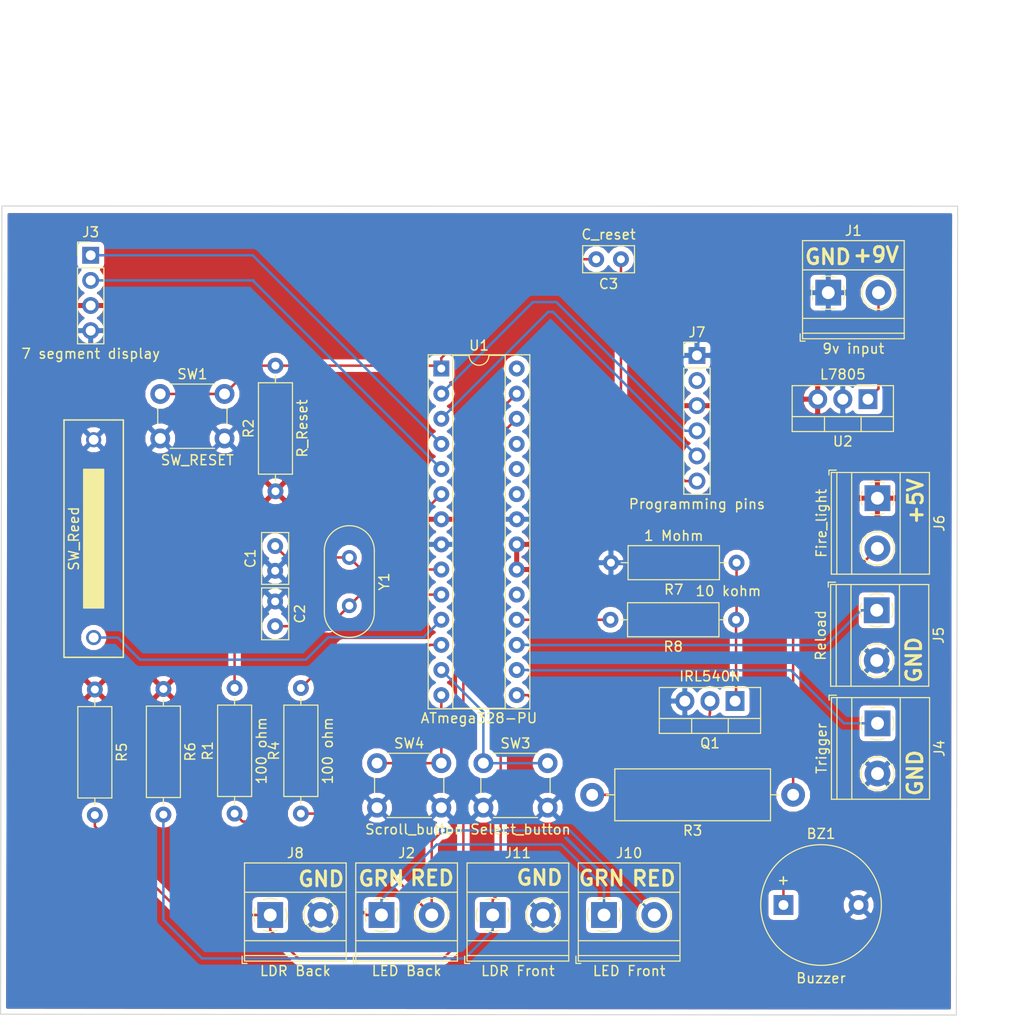
<source format=kicad_pcb>
(kicad_pcb (version 20171130) (host pcbnew "(5.0.2)-1")
  (layers (0 F.Cu signal) (31 B.Cu signal) (34 B.Paste user) (35 F.Paste user) (36 B.SilkS user) (37 F.SilkS user) (38 B.Mask user) (39 F.Mask user) (44 Edge.Cuts user))
  (net 0 "")
  (net 1 Buzzer)
  (net 2 GND)
  (net 3 "Net-(C1-Pad2)")
  (net 4 "Net-(C2-Pad2)")
  (net 5 resetpin)
  (net 6 DTR)
  (net 7 5V)
  (net 8 LED_GREEN)
  (net 9 LED_RED)
  (net 10 DIO)
  (net 11 Clock)
  (net 12 Trigger)
  (net 13 Reload)
  (net 14 "Net-(J6-Pad2)")
  (net 15 TX)
  (net 16 RX)
  (net 17 LDR_BACK)
  (net 18 LDR_FRONT)
  (net 19 Light)
  (net 20 ResetButton)
  (net 21 SelectButton)
  (net 22 Scroll)
  (net 23 "Net-(Q1-Pad2)")
  (net 24 +9V)
  (net 25 "Net-(R1-Pad2)")
  (net 26 "Net-(R4-Pad2)")
  (net 27 "Net-(R8-Pad2)")
  (module Buzzer_Beeper:Buzzer_12x9.5RM7.6 (layer F.Cu) (at 180.04 132.74)
    (fp_text reference BZ1 (at 3.8 -7.2) (layer F.SilkS))
    (fp_text value Buzzer (at 3.8 7.4) (layer F.SilkS))
    (fp_text user + (at -0.01 -2.54) (layer F.SilkS))
    (fp_circle (center 3.8 0) (end 9.9 0) (layer F.SilkS) (width 0.12))
    (pad 1 thru_hole rect (at 0 0) (size 2 2) (drill 1) (layers *.Cu *.Mask) (net 1 Buzzer))
    (pad 2 thru_hole circle (at 7.6 0) (size 2 2) (drill 1) (layers *.Cu *.Mask) (net 2 GND))
  )
  (module Capacitor_THT:C_Disc_D5.0mm_W2.5mm_P2.50mm (layer F.Cu) (at 128.65 98.95 90)
    (fp_text reference C1 (at 1.25 -2.5 90) (layer F.SilkS))
    (fp_text value C)
    (fp_line (start -1.37 -1.37) (end 3.87 -1.37) (layer F.SilkS) (width 0.12))
    (fp_line (start -1.37 1.37) (end 3.87 1.37) (layer F.SilkS) (width 0.12))
    (fp_line (start -1.37 -1.37) (end -1.37 1.37) (layer F.SilkS) (width 0.12))
    (fp_line (start 3.87 -1.37) (end 3.87 1.37) (layer F.SilkS) (width 0.12))
    (pad 1 thru_hole circle (at 0 0 90) (size 1.6 1.6) (drill 0.8) (layers *.Cu *.Mask) (net 2 GND))
    (pad 2 thru_hole circle (at 2.5 0 90) (size 1.6 1.6) (drill 0.8) (layers *.Cu *.Mask) (net 3 "Net-(C1-Pad2)"))
  )
  (module Capacitor_THT:C_Disc_D5.0mm_W2.5mm_P2.50mm (layer F.Cu) (at 128.65 102.05 270)
    (fp_text reference C2 (at 1.25 -2.5 270) (layer F.SilkS))
    (fp_text value C)
    (fp_line (start 3.87 -1.37) (end 3.87 1.37) (layer F.SilkS) (width 0.12))
    (fp_line (start -1.37 -1.37) (end -1.37 1.37) (layer F.SilkS) (width 0.12))
    (fp_line (start -1.37 1.37) (end 3.87 1.37) (layer F.SilkS) (width 0.12))
    (fp_line (start -1.37 -1.37) (end 3.87 -1.37) (layer F.SilkS) (width 0.12))
    (pad 2 thru_hole circle (at 2.5 0 270) (size 1.6 1.6) (drill 0.8) (layers *.Cu *.Mask) (net 4 "Net-(C2-Pad2)"))
    (pad 1 thru_hole circle (at 0 0 270) (size 1.6 1.6) (drill 0.8) (layers *.Cu *.Mask) (net 2 GND))
  )
  (module Capacitor_THT:C_Disc_D5.0mm_W2.5mm_P2.50mm (layer F.Cu) (at 163.61 67.45 180)
    (fp_text reference C3 (at 1.25 -2.5 180) (layer F.SilkS))
    (fp_text value C_reset (at 1.25 2.5 180) (layer F.SilkS))
    (fp_line (start -1.37 -1.37) (end 3.87 -1.37) (layer F.SilkS) (width 0.12))
    (fp_line (start -1.37 1.37) (end 3.87 1.37) (layer F.SilkS) (width 0.12))
    (fp_line (start -1.37 -1.37) (end -1.37 1.37) (layer F.SilkS) (width 0.12))
    (fp_line (start 3.87 -1.37) (end 3.87 1.37) (layer F.SilkS) (width 0.12))
    (pad 1 thru_hole circle (at 0 0 180) (size 1.6 1.6) (drill 0.8) (layers *.Cu *.Mask) (net 6 DTR))
    (pad 2 thru_hole circle (at 2.5 0 180) (size 1.6 1.6) (drill 0.8) (layers *.Cu *.Mask) (net 5 resetpin))
  )
  (module TerminalBlock_Phoenix:TerminalBlock_Phoenix_MKDS-1,5-2-5.08_1x02_P5.08mm_Horizontal (layer F.Cu) (at 184.57 70.83)
    (fp_text reference J1 (at 2.54 -6.26) (layer F.SilkS))
    (fp_text value "9v input" (at 2.54 5.66) (layer F.SilkS))
    (fp_line (start -2.84 4.9) (end -2.34 4.9) (layer F.SilkS) (width 0.12))
    (fp_line (start -2.84 4.16) (end -2.84 4.9) (layer F.SilkS) (width 0.12))
    (fp_line (start 3.853 1.023) (end 3.806 1.069) (layer F.SilkS) (width 0.12))
    (fp_line (start 6.15 -1.275) (end 6.115 -1.239) (layer F.SilkS) (width 0.12))
    (fp_line (start 4.046 1.239) (end 4.011 1.274) (layer F.SilkS) (width 0.12))
    (fp_line (start 6.355 -1.069) (end 6.308 -1.023) (layer F.SilkS) (width 0.12))
    (fp_line (start 7.68 -5.261) (end 7.68 4.66) (layer F.SilkS) (width 0.12))
    (fp_line (start -2.6 -5.261) (end -2.6 4.66) (layer F.SilkS) (width 0.12))
    (fp_line (start -2.6 4.66) (end 7.68 4.66) (layer F.SilkS) (width 0.12))
    (fp_line (start -2.6 -5.261) (end 7.68 -5.261) (layer F.SilkS) (width 0.12))
    (fp_line (start -2.6 -2.301) (end 7.68 -2.301) (layer F.SilkS) (width 0.12))
    (fp_line (start -2.6 2.6) (end 7.68 2.6) (layer F.SilkS) (width 0.12))
    (fp_line (start -2.6 4.1) (end 7.68 4.1) (layer F.SilkS) (width 0.12))
    (fp_circle (center 5.08 0) (end 6.76 0) (layer F.SilkS) (width 0.12))
    (fp_arc (start 0 0) (end -0.684 1.535) (angle -25) (layer F.SilkS) (width 0.12))
    (fp_arc (start 0 0) (end -1.535 -0.684) (angle -48) (layer F.SilkS) (width 0.12))
    (fp_arc (start 0 0) (end 0.684 -1.535) (angle -48) (layer F.SilkS) (width 0.12))
    (fp_arc (start 0 0) (end 1.535 0.684) (angle -48) (layer F.SilkS) (width 0.12))
    (fp_arc (start 0 0) (end 0 1.68) (angle -24) (layer F.SilkS) (width 0.12))
    (pad 2 thru_hole circle (at 5.08 0) (size 2.6 2.6) (drill 1.3) (layers *.Cu *.Mask) (net 24 +9V))
    (pad 1 thru_hole rect (at 0 0) (size 2.6 2.6) (drill 1.3) (layers *.Cu *.Mask) (net 2 GND))
  )
  (module TerminalBlock_Phoenix:TerminalBlock_Phoenix_MKDS-1,5-2-5.08_1x02_P5.08mm_Horizontal (layer F.Cu) (at 139.4 133.75)
    (fp_text reference J2 (at 2.54 -6.26) (layer F.SilkS))
    (fp_text value "LED Back" (at 2.54 5.66) (layer F.SilkS))
    (fp_arc (start 0 0) (end 0 1.68) (angle -24) (layer F.SilkS) (width 0.12))
    (fp_arc (start 0 0) (end 1.535 0.684) (angle -48) (layer F.SilkS) (width 0.12))
    (fp_arc (start 0 0) (end 0.684 -1.535) (angle -48) (layer F.SilkS) (width 0.12))
    (fp_arc (start 0 0) (end -1.535 -0.684) (angle -48) (layer F.SilkS) (width 0.12))
    (fp_arc (start 0 0) (end -0.684 1.535) (angle -25) (layer F.SilkS) (width 0.12))
    (fp_circle (center 5.08 0) (end 6.76 0) (layer F.SilkS) (width 0.12))
    (fp_line (start -2.6 4.1) (end 7.68 4.1) (layer F.SilkS) (width 0.12))
    (fp_line (start -2.6 2.6) (end 7.68 2.6) (layer F.SilkS) (width 0.12))
    (fp_line (start -2.6 -2.301) (end 7.68 -2.301) (layer F.SilkS) (width 0.12))
    (fp_line (start -2.6 -5.261) (end 7.68 -5.261) (layer F.SilkS) (width 0.12))
    (fp_line (start -2.6 4.66) (end 7.68 4.66) (layer F.SilkS) (width 0.12))
    (fp_line (start -2.6 -5.261) (end -2.6 4.66) (layer F.SilkS) (width 0.12))
    (fp_line (start 7.68 -5.261) (end 7.68 4.66) (layer F.SilkS) (width 0.12))
    (fp_line (start 6.355 -1.069) (end 6.308 -1.023) (layer F.SilkS) (width 0.12))
    (fp_line (start 4.046 1.239) (end 4.011 1.274) (layer F.SilkS) (width 0.12))
    (fp_line (start 6.15 -1.275) (end 6.115 -1.239) (layer F.SilkS) (width 0.12))
    (fp_line (start 3.853 1.023) (end 3.806 1.069) (layer F.SilkS) (width 0.12))
    (fp_line (start -2.84 4.16) (end -2.84 4.9) (layer F.SilkS) (width 0.12))
    (fp_line (start -2.84 4.9) (end -2.34 4.9) (layer F.SilkS) (width 0.12))
    (pad 1 thru_hole rect (at 0 0) (size 2.6 2.6) (drill 1.3) (layers *.Cu *.Mask) (net 8 LED_GREEN))
    (pad 2 thru_hole circle (at 5.08 0) (size 2.6 2.6) (drill 1.3) (layers *.Cu *.Mask) (net 9 LED_RED))
  )
  (module Connector_PinHeader_2.54mm:PinHeader_1x04_P2.54mm_Vertical (layer F.Cu) (at 110 67.05)
    (fp_text reference J3 (at 0 -2.33) (layer F.SilkS))
    (fp_text value "7 segment display" (at 0 9.95) (layer F.SilkS))
    (fp_line (start -1.33 8.95) (end 1.33 8.95) (layer F.SilkS) (width 0.12))
    (fp_line (start -1.33 1.27) (end -1.33 8.95) (layer F.SilkS) (width 0.12))
    (fp_line (start 1.33 1.27) (end 1.33 8.95) (layer F.SilkS) (width 0.12))
    (fp_line (start -1.33 1.27) (end 1.33 1.27) (layer F.SilkS) (width 0.12))
    (fp_line (start -1.33 0) (end -1.33 -1.33) (layer F.SilkS) (width 0.12))
    (fp_line (start -1.33 -1.33) (end 0 -1.33) (layer F.SilkS) (width 0.12))
    (pad 1 thru_hole rect (at 0 0) (size 1.7 1.7) (drill 1) (layers *.Cu *.Mask) (net 11 Clock))
    (pad 2 thru_hole oval (at 0 2.54) (size 1.7 1.7) (drill 1) (layers *.Cu *.Mask) (net 10 DIO))
    (pad 3 thru_hole oval (at 0 5.08) (size 1.7 1.7) (drill 1) (layers *.Cu *.Mask) (net 7 5V))
    (pad 4 thru_hole oval (at 0 7.62) (size 1.7 1.7) (drill 1) (layers *.Cu *.Mask) (net 2 GND))
  )
  (module TerminalBlock_Phoenix:TerminalBlock_Phoenix_MKDS-1,5-2-5.08_1x02_P5.08mm_Horizontal (layer F.Cu) (at 189.55 114.37 270)
    (fp_text reference J4 (at 2.54 -6.26 270) (layer F.SilkS))
    (fp_text value Trigger (at 2.54 5.66 270) (layer F.SilkS))
    (fp_line (start -2.84 4.9) (end -2.34 4.9) (layer F.SilkS) (width 0.12))
    (fp_line (start -2.84 4.16) (end -2.84 4.9) (layer F.SilkS) (width 0.12))
    (fp_line (start 3.853 1.023) (end 3.806 1.069) (layer F.SilkS) (width 0.12))
    (fp_line (start 6.15 -1.275) (end 6.115 -1.239) (layer F.SilkS) (width 0.12))
    (fp_line (start 4.046 1.239) (end 4.011 1.274) (layer F.SilkS) (width 0.12))
    (fp_line (start 6.355 -1.069) (end 6.308 -1.023) (layer F.SilkS) (width 0.12))
    (fp_line (start 7.68 -5.261) (end 7.68 4.66) (layer F.SilkS) (width 0.12))
    (fp_line (start -2.6 -5.261) (end -2.6 4.66) (layer F.SilkS) (width 0.12))
    (fp_line (start -2.6 4.66) (end 7.68 4.66) (layer F.SilkS) (width 0.12))
    (fp_line (start -2.6 -5.261) (end 7.68 -5.261) (layer F.SilkS) (width 0.12))
    (fp_line (start -2.6 -2.301) (end 7.68 -2.301) (layer F.SilkS) (width 0.12))
    (fp_line (start -2.6 2.6) (end 7.68 2.6) (layer F.SilkS) (width 0.12))
    (fp_line (start -2.6 4.1) (end 7.68 4.1) (layer F.SilkS) (width 0.12))
    (fp_circle (center 5.08 0) (end 6.76 0) (layer F.SilkS) (width 0.12))
    (fp_arc (start 0 0) (end -0.684 1.535) (angle -25) (layer F.SilkS) (width 0.12))
    (fp_arc (start 0 0) (end -1.535 -0.684) (angle -48) (layer F.SilkS) (width 0.12))
    (fp_arc (start 0 0) (end 0.684 -1.535) (angle -48) (layer F.SilkS) (width 0.12))
    (fp_arc (start 0 0) (end 1.535 0.684) (angle -48) (layer F.SilkS) (width 0.12))
    (fp_arc (start 0 0) (end 0 1.68) (angle -24) (layer F.SilkS) (width 0.12))
    (pad 2 thru_hole circle (at 5.08 0 270) (size 2.6 2.6) (drill 1.3) (layers *.Cu *.Mask) (net 2 GND))
    (pad 1 thru_hole rect (at 0 0 270) (size 2.6 2.6) (drill 1.3) (layers *.Cu *.Mask) (net 12 Trigger))
  )
  (module TerminalBlock_Phoenix:TerminalBlock_Phoenix_MKDS-1,5-2-5.08_1x02_P5.08mm_Horizontal (layer F.Cu) (at 189.47 102.94 270)
    (fp_text reference J5 (at 2.54 -6.26 270) (layer F.SilkS))
    (fp_text value Reload (at 2.54 5.66 270) (layer F.SilkS))
    (fp_arc (start 0 0) (end 0 1.68) (angle -24) (layer F.SilkS) (width 0.12))
    (fp_arc (start 0 0) (end 1.535 0.684) (angle -48) (layer F.SilkS) (width 0.12))
    (fp_arc (start 0 0) (end 0.684 -1.535) (angle -48) (layer F.SilkS) (width 0.12))
    (fp_arc (start 0 0) (end -1.535 -0.684) (angle -48) (layer F.SilkS) (width 0.12))
    (fp_arc (start 0 0) (end -0.684 1.535) (angle -25) (layer F.SilkS) (width 0.12))
    (fp_circle (center 5.08 0) (end 6.76 0) (layer F.SilkS) (width 0.12))
    (fp_line (start -2.6 4.1) (end 7.68 4.1) (layer F.SilkS) (width 0.12))
    (fp_line (start -2.6 2.6) (end 7.68 2.6) (layer F.SilkS) (width 0.12))
    (fp_line (start -2.6 -2.301) (end 7.68 -2.301) (layer F.SilkS) (width 0.12))
    (fp_line (start -2.6 -5.261) (end 7.68 -5.261) (layer F.SilkS) (width 0.12))
    (fp_line (start -2.6 4.66) (end 7.68 4.66) (layer F.SilkS) (width 0.12))
    (fp_line (start -2.6 -5.261) (end -2.6 4.66) (layer F.SilkS) (width 0.12))
    (fp_line (start 7.68 -5.261) (end 7.68 4.66) (layer F.SilkS) (width 0.12))
    (fp_line (start 6.355 -1.069) (end 6.308 -1.023) (layer F.SilkS) (width 0.12))
    (fp_line (start 4.046 1.239) (end 4.011 1.274) (layer F.SilkS) (width 0.12))
    (fp_line (start 6.15 -1.275) (end 6.115 -1.239) (layer F.SilkS) (width 0.12))
    (fp_line (start 3.853 1.023) (end 3.806 1.069) (layer F.SilkS) (width 0.12))
    (fp_line (start -2.84 4.16) (end -2.84 4.9) (layer F.SilkS) (width 0.12))
    (fp_line (start -2.84 4.9) (end -2.34 4.9) (layer F.SilkS) (width 0.12))
    (pad 1 thru_hole rect (at 0 0 270) (size 2.6 2.6) (drill 1.3) (layers *.Cu *.Mask) (net 13 Reload))
    (pad 2 thru_hole circle (at 5.08 0 270) (size 2.6 2.6) (drill 1.3) (layers *.Cu *.Mask) (net 2 GND))
  )
  (module TerminalBlock_Phoenix:TerminalBlock_Phoenix_MKDS-1,5-2-5.08_1x02_P5.08mm_Horizontal (layer F.Cu) (at 189.54 91.61 270)
    (fp_text reference J6 (at 2.54 -6.26 270) (layer F.SilkS))
    (fp_text value Fire_light (at 2.54 5.66 270) (layer F.SilkS))
    (fp_arc (start 0 0) (end 0 1.68) (angle -24) (layer F.SilkS) (width 0.12))
    (fp_arc (start 0 0) (end 1.535 0.684) (angle -48) (layer F.SilkS) (width 0.12))
    (fp_arc (start 0 0) (end 0.684 -1.535) (angle -48) (layer F.SilkS) (width 0.12))
    (fp_arc (start 0 0) (end -1.535 -0.684) (angle -48) (layer F.SilkS) (width 0.12))
    (fp_arc (start 0 0) (end -0.684 1.535) (angle -25) (layer F.SilkS) (width 0.12))
    (fp_circle (center 5.08 0) (end 6.76 0) (layer F.SilkS) (width 0.12))
    (fp_line (start -2.6 4.1) (end 7.68 4.1) (layer F.SilkS) (width 0.12))
    (fp_line (start -2.6 2.6) (end 7.68 2.6) (layer F.SilkS) (width 0.12))
    (fp_line (start -2.6 -2.301) (end 7.68 -2.301) (layer F.SilkS) (width 0.12))
    (fp_line (start -2.6 -5.261) (end 7.68 -5.261) (layer F.SilkS) (width 0.12))
    (fp_line (start -2.6 4.66) (end 7.68 4.66) (layer F.SilkS) (width 0.12))
    (fp_line (start -2.6 -5.261) (end -2.6 4.66) (layer F.SilkS) (width 0.12))
    (fp_line (start 7.68 -5.261) (end 7.68 4.66) (layer F.SilkS) (width 0.12))
    (fp_line (start 6.355 -1.069) (end 6.308 -1.023) (layer F.SilkS) (width 0.12))
    (fp_line (start 4.046 1.239) (end 4.011 1.274) (layer F.SilkS) (width 0.12))
    (fp_line (start 6.15 -1.275) (end 6.115 -1.239) (layer F.SilkS) (width 0.12))
    (fp_line (start 3.853 1.023) (end 3.806 1.069) (layer F.SilkS) (width 0.12))
    (fp_line (start -2.84 4.16) (end -2.84 4.9) (layer F.SilkS) (width 0.12))
    (fp_line (start -2.84 4.9) (end -2.34 4.9) (layer F.SilkS) (width 0.12))
    (pad 1 thru_hole rect (at 0 0 270) (size 2.6 2.6) (drill 1.3) (layers *.Cu *.Mask) (net 7 5V))
    (pad 2 thru_hole circle (at 5.08 0 270) (size 2.6 2.6) (drill 1.3) (layers *.Cu *.Mask) (net 14 "Net-(J6-Pad2)"))
  )
  (module Connector_PinHeader_2.54mm:PinHeader_1x06_P2.54mm_Vertical (layer F.Cu) (at 171.295001 77.175001)
    (fp_text reference J7 (at 0 -2.33) (layer F.SilkS))
    (fp_text value "Programming pins" (at 0 15.03) (layer F.SilkS))
    (fp_line (start -1.33 14.03) (end 1.33 14.03) (layer F.SilkS) (width 0.12))
    (fp_line (start -1.33 1.27) (end -1.33 14.03) (layer F.SilkS) (width 0.12))
    (fp_line (start 1.33 1.27) (end 1.33 14.03) (layer F.SilkS) (width 0.12))
    (fp_line (start -1.33 1.27) (end 1.33 1.27) (layer F.SilkS) (width 0.12))
    (fp_line (start -1.33 0) (end -1.33 -1.33) (layer F.SilkS) (width 0.12))
    (fp_line (start -1.33 -1.33) (end 0 -1.33) (layer F.SilkS) (width 0.12))
    (pad 1 thru_hole rect (at 0 0) (size 1.7 1.7) (drill 1) (layers *.Cu *.Mask) (net 2 GND))
    (pad 2 thru_hole oval (at 0 2.54) (size 1.7 1.7) (drill 1) (layers *.Cu *.Mask))
    (pad 3 thru_hole oval (at 0 5.08) (size 1.7 1.7) (drill 1) (layers *.Cu *.Mask) (net 7 5V))
    (pad 4 thru_hole oval (at 0 7.62) (size 1.7 1.7) (drill 1) (layers *.Cu *.Mask) (net 16 RX))
    (pad 5 thru_hole oval (at 0 10.16) (size 1.7 1.7) (drill 1) (layers *.Cu *.Mask) (net 15 TX))
    (pad 6 thru_hole oval (at 0 12.7) (size 1.7 1.7) (drill 1) (layers *.Cu *.Mask) (net 6 DTR))
  )
  (module TerminalBlock_Phoenix:TerminalBlock_Phoenix_MKDS-1,5-2-5.08_1x02_P5.08mm_Horizontal (layer F.Cu) (at 128.15 133.75)
    (fp_text reference J8 (at 2.54 -6.26) (layer F.SilkS))
    (fp_text value "LDR Back" (at 2.54 5.66) (layer F.SilkS))
    (fp_arc (start 0 0) (end 0 1.68) (angle -24) (layer F.SilkS) (width 0.12))
    (fp_arc (start 0 0) (end 1.535 0.684) (angle -48) (layer F.SilkS) (width 0.12))
    (fp_arc (start 0 0) (end 0.684 -1.535) (angle -48) (layer F.SilkS) (width 0.12))
    (fp_arc (start 0 0) (end -1.535 -0.684) (angle -48) (layer F.SilkS) (width 0.12))
    (fp_arc (start 0 0) (end -0.684 1.535) (angle -25) (layer F.SilkS) (width 0.12))
    (fp_circle (center 5.08 0) (end 6.76 0) (layer F.SilkS) (width 0.12))
    (fp_line (start -2.6 4.1) (end 7.68 4.1) (layer F.SilkS) (width 0.12))
    (fp_line (start -2.6 2.6) (end 7.68 2.6) (layer F.SilkS) (width 0.12))
    (fp_line (start -2.6 -2.301) (end 7.68 -2.301) (layer F.SilkS) (width 0.12))
    (fp_line (start -2.6 -5.261) (end 7.68 -5.261) (layer F.SilkS) (width 0.12))
    (fp_line (start -2.6 4.66) (end 7.68 4.66) (layer F.SilkS) (width 0.12))
    (fp_line (start -2.6 -5.261) (end -2.6 4.66) (layer F.SilkS) (width 0.12))
    (fp_line (start 7.68 -5.261) (end 7.68 4.66) (layer F.SilkS) (width 0.12))
    (fp_line (start 6.355 -1.069) (end 6.308 -1.023) (layer F.SilkS) (width 0.12))
    (fp_line (start 4.046 1.239) (end 4.011 1.274) (layer F.SilkS) (width 0.12))
    (fp_line (start 6.15 -1.275) (end 6.115 -1.239) (layer F.SilkS) (width 0.12))
    (fp_line (start 3.853 1.023) (end 3.806 1.069) (layer F.SilkS) (width 0.12))
    (fp_line (start -2.84 4.16) (end -2.84 4.9) (layer F.SilkS) (width 0.12))
    (fp_line (start -2.84 4.9) (end -2.34 4.9) (layer F.SilkS) (width 0.12))
    (pad 1 thru_hole rect (at 0 0) (size 2.6 2.6) (drill 1.3) (layers *.Cu *.Mask) (net 17 LDR_BACK))
    (pad 2 thru_hole circle (at 5.08 0) (size 2.6 2.6) (drill 1.3) (layers *.Cu *.Mask) (net 2 GND))
  )
  (module TerminalBlock_Phoenix:TerminalBlock_Phoenix_MKDS-1,5-2-5.08_1x02_P5.08mm_Horizontal (layer F.Cu) (at 161.9 133.75)
    (fp_text reference J10 (at 2.54 -6.26) (layer F.SilkS))
    (fp_text value "LED Front" (at 2.54 5.66) (layer F.SilkS))
    (fp_line (start -2.84 4.9) (end -2.34 4.9) (layer F.SilkS) (width 0.12))
    (fp_line (start -2.84 4.16) (end -2.84 4.9) (layer F.SilkS) (width 0.12))
    (fp_line (start 3.853 1.023) (end 3.806 1.069) (layer F.SilkS) (width 0.12))
    (fp_line (start 6.15 -1.275) (end 6.115 -1.239) (layer F.SilkS) (width 0.12))
    (fp_line (start 4.046 1.239) (end 4.011 1.274) (layer F.SilkS) (width 0.12))
    (fp_line (start 6.355 -1.069) (end 6.308 -1.023) (layer F.SilkS) (width 0.12))
    (fp_line (start 7.68 -5.261) (end 7.68 4.66) (layer F.SilkS) (width 0.12))
    (fp_line (start -2.6 -5.261) (end -2.6 4.66) (layer F.SilkS) (width 0.12))
    (fp_line (start -2.6 4.66) (end 7.68 4.66) (layer F.SilkS) (width 0.12))
    (fp_line (start -2.6 -5.261) (end 7.68 -5.261) (layer F.SilkS) (width 0.12))
    (fp_line (start -2.6 -2.301) (end 7.68 -2.301) (layer F.SilkS) (width 0.12))
    (fp_line (start -2.6 2.6) (end 7.68 2.6) (layer F.SilkS) (width 0.12))
    (fp_line (start -2.6 4.1) (end 7.68 4.1) (layer F.SilkS) (width 0.12))
    (fp_circle (center 5.08 0) (end 6.76 0) (layer F.SilkS) (width 0.12))
    (fp_arc (start 0 0) (end -0.684 1.535) (angle -25) (layer F.SilkS) (width 0.12))
    (fp_arc (start 0 0) (end -1.535 -0.684) (angle -48) (layer F.SilkS) (width 0.12))
    (fp_arc (start 0 0) (end 0.684 -1.535) (angle -48) (layer F.SilkS) (width 0.12))
    (fp_arc (start 0 0) (end 1.535 0.684) (angle -48) (layer F.SilkS) (width 0.12))
    (fp_arc (start 0 0) (end 0 1.68) (angle -24) (layer F.SilkS) (width 0.12))
    (pad 2 thru_hole circle (at 5.08 0) (size 2.6 2.6) (drill 1.3) (layers *.Cu *.Mask) (net 9 LED_RED))
    (pad 1 thru_hole rect (at 0 0) (size 2.6 2.6) (drill 1.3) (layers *.Cu *.Mask) (net 8 LED_GREEN))
  )
  (module TerminalBlock_Phoenix:TerminalBlock_Phoenix_MKDS-1,5-2-5.08_1x02_P5.08mm_Horizontal (layer F.Cu) (at 150.65 133.75)
    (fp_text reference J11 (at 2.54 -6.26) (layer F.SilkS))
    (fp_text value "LDR Front" (at 2.54 5.66) (layer F.SilkS))
    (fp_line (start -2.84 4.9) (end -2.34 4.9) (layer F.SilkS) (width 0.12))
    (fp_line (start -2.84 4.16) (end -2.84 4.9) (layer F.SilkS) (width 0.12))
    (fp_line (start 3.853 1.023) (end 3.806 1.069) (layer F.SilkS) (width 0.12))
    (fp_line (start 6.15 -1.275) (end 6.115 -1.239) (layer F.SilkS) (width 0.12))
    (fp_line (start 4.046 1.239) (end 4.011 1.274) (layer F.SilkS) (width 0.12))
    (fp_line (start 6.355 -1.069) (end 6.308 -1.023) (layer F.SilkS) (width 0.12))
    (fp_line (start 7.68 -5.261) (end 7.68 4.66) (layer F.SilkS) (width 0.12))
    (fp_line (start -2.6 -5.261) (end -2.6 4.66) (layer F.SilkS) (width 0.12))
    (fp_line (start -2.6 4.66) (end 7.68 4.66) (layer F.SilkS) (width 0.12))
    (fp_line (start -2.6 -5.261) (end 7.68 -5.261) (layer F.SilkS) (width 0.12))
    (fp_line (start -2.6 -2.301) (end 7.68 -2.301) (layer F.SilkS) (width 0.12))
    (fp_line (start -2.6 2.6) (end 7.68 2.6) (layer F.SilkS) (width 0.12))
    (fp_line (start -2.6 4.1) (end 7.68 4.1) (layer F.SilkS) (width 0.12))
    (fp_circle (center 5.08 0) (end 6.76 0) (layer F.SilkS) (width 0.12))
    (fp_arc (start 0 0) (end -0.684 1.535) (angle -25) (layer F.SilkS) (width 0.12))
    (fp_arc (start 0 0) (end -1.535 -0.684) (angle -48) (layer F.SilkS) (width 0.12))
    (fp_arc (start 0 0) (end 0.684 -1.535) (angle -48) (layer F.SilkS) (width 0.12))
    (fp_arc (start 0 0) (end 1.535 0.684) (angle -48) (layer F.SilkS) (width 0.12))
    (fp_arc (start 0 0) (end 0 1.68) (angle -24) (layer F.SilkS) (width 0.12))
    (pad 2 thru_hole circle (at 5.08 0) (size 2.6 2.6) (drill 1.3) (layers *.Cu *.Mask) (net 2 GND))
    (pad 1 thru_hole rect (at 0 0) (size 2.6 2.6) (drill 1.3) (layers *.Cu *.Mask) (net 18 LDR_FRONT))
  )
  (module Package_TO_SOT_THT:TO-220-3_Vertical (layer F.Cu) (at 175.15 112.12 180)
    (fp_text reference Q1 (at 2.54 -4.27 180) (layer F.SilkS))
    (fp_text value IRL540N (at 2.54 2.5 180) (layer F.SilkS))
    (fp_line (start -2.58 -3.27) (end 7.66 -3.27) (layer F.SilkS) (width 0.12))
    (fp_line (start -2.58 1.371) (end 7.66 1.371) (layer F.SilkS) (width 0.12))
    (fp_line (start -2.58 -3.27) (end -2.58 1.371) (layer F.SilkS) (width 0.12))
    (fp_line (start 7.66 -3.27) (end 7.66 1.371) (layer F.SilkS) (width 0.12))
    (fp_line (start -2.58 -1.76) (end 7.66 -1.76) (layer F.SilkS) (width 0.12))
    (fp_line (start 0.69 -3.27) (end 0.69 -1.76) (layer F.SilkS) (width 0.12))
    (fp_line (start 4.391 -3.27) (end 4.391 -1.76) (layer F.SilkS) (width 0.12))
    (pad 1 thru_hole rect (at 0 0 180) (size 1.905 2) (drill 1.1) (layers *.Cu *.Mask) (net 19 Light))
    (pad 2 thru_hole oval (at 2.54 0 180) (size 1.905 2) (drill 1.1) (layers *.Cu *.Mask) (net 23 "Net-(Q1-Pad2)"))
    (pad 3 thru_hole oval (at 5.08 0 180) (size 1.905 2) (drill 1.1) (layers *.Cu *.Mask) (net 2 GND))
  )
  (module Resistor_THT:R_Axial_DIN0309_L9.0mm_D3.2mm_P12.70mm_Horizontal (layer F.Cu) (at 124.55 123.5 90)
    (fp_text reference R1 (at 6.35 -2.72 90) (layer F.SilkS))
    (fp_text value "100 ohm" (at 6.35 2.72 90) (layer F.SilkS))
    (fp_line (start 1.73 -1.72) (end 1.73 1.72) (layer F.SilkS) (width 0.12))
    (fp_line (start 1.73 1.72) (end 10.97 1.72) (layer F.SilkS) (width 0.12))
    (fp_line (start 10.97 1.72) (end 10.97 -1.72) (layer F.SilkS) (width 0.12))
    (fp_line (start 10.97 -1.72) (end 1.73 -1.72) (layer F.SilkS) (width 0.12))
    (fp_line (start 1.04 0) (end 1.73 0) (layer F.SilkS) (width 0.12))
    (fp_line (start 11.66 0) (end 10.97 0) (layer F.SilkS) (width 0.12))
    (pad 1 thru_hole circle (at 0 0 90) (size 1.6 1.6) (drill 0.8) (layers *.Cu *.Mask) (net 8 LED_GREEN))
    (pad 2 thru_hole oval (at 12.7 0 90) (size 1.6 1.6) (drill 0.8) (layers *.Cu *.Mask) (net 25 "Net-(R1-Pad2)"))
  )
  (module Resistor_THT:R_Axial_DIN0309_L9.0mm_D3.2mm_P12.70mm_Horizontal (layer F.Cu) (at 128.68 90.91 90)
    (fp_text reference R2 (at 6.35 -2.72 90) (layer F.SilkS))
    (fp_text value R_Reset (at 6.35 2.72 90) (layer F.SilkS))
    (fp_line (start 1.73 -1.72) (end 1.73 1.72) (layer F.SilkS) (width 0.12))
    (fp_line (start 1.73 1.72) (end 10.97 1.72) (layer F.SilkS) (width 0.12))
    (fp_line (start 10.97 1.72) (end 10.97 -1.72) (layer F.SilkS) (width 0.12))
    (fp_line (start 10.97 -1.72) (end 1.73 -1.72) (layer F.SilkS) (width 0.12))
    (fp_line (start 1.04 0) (end 1.73 0) (layer F.SilkS) (width 0.12))
    (fp_line (start 11.66 0) (end 10.97 0) (layer F.SilkS) (width 0.12))
    (pad 1 thru_hole circle (at 0 0 90) (size 1.6 1.6) (drill 0.8) (layers *.Cu *.Mask) (net 7 5V))
    (pad 2 thru_hole oval (at 12.7 0 90) (size 1.6 1.6) (drill 0.8) (layers *.Cu *.Mask) (net 5 resetpin))
  )
  (module Resistor_THT:R_Axial_DIN0516_L15.5mm_D5.0mm_P20.32mm_Horizontal (layer F.Cu) (at 181.02 121.6 180)
    (fp_text reference R3 (at 10.16 -3.62 180) (layer F.SilkS))
    (fp_text value R)
    (fp_line (start 2.29 -2.62) (end 2.29 2.62) (layer F.SilkS) (width 0.12))
    (fp_line (start 2.29 2.62) (end 18.03 2.62) (layer F.SilkS) (width 0.12))
    (fp_line (start 18.03 2.62) (end 18.03 -2.62) (layer F.SilkS) (width 0.12))
    (fp_line (start 18.03 -2.62) (end 2.29 -2.62) (layer F.SilkS) (width 0.12))
    (fp_line (start 1.44 0) (end 2.29 0) (layer F.SilkS) (width 0.12))
    (fp_line (start 18.88 0) (end 18.03 0) (layer F.SilkS) (width 0.12))
    (pad 1 thru_hole circle (at 0 0 180) (size 2.4 2.4) (drill 1.2) (layers *.Cu *.Mask) (net 14 "Net-(J6-Pad2)"))
    (pad 2 thru_hole oval (at 20.32 0 180) (size 2.4 2.4) (drill 1.2) (layers *.Cu *.Mask) (net 23 "Net-(Q1-Pad2)"))
  )
  (module Resistor_THT:R_Axial_DIN0309_L9.0mm_D3.2mm_P12.70mm_Horizontal (layer F.Cu) (at 131.25 123.5 90)
    (fp_text reference R4 (at 6.35 -2.72 90) (layer F.SilkS))
    (fp_text value "100 ohm" (at 6.35 2.72 90) (layer F.SilkS))
    (fp_line (start 11.66 0) (end 10.97 0) (layer F.SilkS) (width 0.12))
    (fp_line (start 1.04 0) (end 1.73 0) (layer F.SilkS) (width 0.12))
    (fp_line (start 10.97 -1.72) (end 1.73 -1.72) (layer F.SilkS) (width 0.12))
    (fp_line (start 10.97 1.72) (end 10.97 -1.72) (layer F.SilkS) (width 0.12))
    (fp_line (start 1.73 1.72) (end 10.97 1.72) (layer F.SilkS) (width 0.12))
    (fp_line (start 1.73 -1.72) (end 1.73 1.72) (layer F.SilkS) (width 0.12))
    (pad 2 thru_hole oval (at 12.7 0 90) (size 1.6 1.6) (drill 0.8) (layers *.Cu *.Mask) (net 26 "Net-(R4-Pad2)"))
    (pad 1 thru_hole circle (at 0 0 90) (size 1.6 1.6) (drill 0.8) (layers *.Cu *.Mask) (net 9 LED_RED))
  )
  (module Resistor_THT:R_Axial_DIN0309_L9.0mm_D3.2mm_P12.70mm_Horizontal (layer F.Cu) (at 110.42 110.95 270)
    (fp_text reference R5 (at 6.35 -2.72 270) (layer F.SilkS))
    (fp_text value R)
    (fp_line (start 1.73 -1.72) (end 1.73 1.72) (layer F.SilkS) (width 0.12))
    (fp_line (start 1.73 1.72) (end 10.97 1.72) (layer F.SilkS) (width 0.12))
    (fp_line (start 10.97 1.72) (end 10.97 -1.72) (layer F.SilkS) (width 0.12))
    (fp_line (start 10.97 -1.72) (end 1.73 -1.72) (layer F.SilkS) (width 0.12))
    (fp_line (start 1.04 0) (end 1.73 0) (layer F.SilkS) (width 0.12))
    (fp_line (start 11.66 0) (end 10.97 0) (layer F.SilkS) (width 0.12))
    (pad 1 thru_hole circle (at 0 0 270) (size 1.6 1.6) (drill 0.8) (layers *.Cu *.Mask) (net 7 5V))
    (pad 2 thru_hole oval (at 12.7 0 270) (size 1.6 1.6) (drill 0.8) (layers *.Cu *.Mask) (net 17 LDR_BACK))
  )
  (module Resistor_THT:R_Axial_DIN0309_L9.0mm_D3.2mm_P12.70mm_Horizontal (layer F.Cu) (at 117.35 110.9 270)
    (fp_text reference R6 (at 6.35 -2.72 270) (layer F.SilkS))
    (fp_text value R)
    (fp_line (start 11.66 0) (end 10.97 0) (layer F.SilkS) (width 0.12))
    (fp_line (start 1.04 0) (end 1.73 0) (layer F.SilkS) (width 0.12))
    (fp_line (start 10.97 -1.72) (end 1.73 -1.72) (layer F.SilkS) (width 0.12))
    (fp_line (start 10.97 1.72) (end 10.97 -1.72) (layer F.SilkS) (width 0.12))
    (fp_line (start 1.73 1.72) (end 10.97 1.72) (layer F.SilkS) (width 0.12))
    (fp_line (start 1.73 -1.72) (end 1.73 1.72) (layer F.SilkS) (width 0.12))
    (pad 2 thru_hole oval (at 12.7 0 270) (size 1.6 1.6) (drill 0.8) (layers *.Cu *.Mask) (net 18 LDR_FRONT))
    (pad 1 thru_hole circle (at 0 0 270) (size 1.6 1.6) (drill 0.8) (layers *.Cu *.Mask) (net 7 5V))
  )
  (module Resistor_THT:R_Axial_DIN0309_L9.0mm_D3.2mm_P12.70mm_Horizontal (layer F.Cu) (at 175.3 98.13 180)
    (fp_text reference R7 (at 6.35 -2.72 180) (layer F.SilkS))
    (fp_text value "1 Mohm" (at 6.35 2.72 180) (layer F.SilkS))
    (fp_line (start 1.73 -1.72) (end 1.73 1.72) (layer F.SilkS) (width 0.12))
    (fp_line (start 1.73 1.72) (end 10.97 1.72) (layer F.SilkS) (width 0.12))
    (fp_line (start 10.97 1.72) (end 10.97 -1.72) (layer F.SilkS) (width 0.12))
    (fp_line (start 10.97 -1.72) (end 1.73 -1.72) (layer F.SilkS) (width 0.12))
    (fp_line (start 1.04 0) (end 1.73 0) (layer F.SilkS) (width 0.12))
    (fp_line (start 11.66 0) (end 10.97 0) (layer F.SilkS) (width 0.12))
    (pad 1 thru_hole circle (at 0 0 180) (size 1.6 1.6) (drill 0.8) (layers *.Cu *.Mask) (net 19 Light))
    (pad 2 thru_hole oval (at 12.7 0 180) (size 1.6 1.6) (drill 0.8) (layers *.Cu *.Mask) (net 2 GND))
  )
  (module Resistor_THT:R_Axial_DIN0309_L9.0mm_D3.2mm_P12.70mm_Horizontal (layer F.Cu) (at 175.25 103.9 180)
    (fp_text reference R8 (at 6.35 -2.72 180) (layer F.SilkS))
    (fp_text value "10 kohm" (at 0.78 2.9 180) (layer F.SilkS))
    (fp_line (start 11.66 0) (end 10.97 0) (layer F.SilkS) (width 0.12))
    (fp_line (start 1.04 0) (end 1.73 0) (layer F.SilkS) (width 0.12))
    (fp_line (start 10.97 -1.72) (end 1.73 -1.72) (layer F.SilkS) (width 0.12))
    (fp_line (start 10.97 1.72) (end 10.97 -1.72) (layer F.SilkS) (width 0.12))
    (fp_line (start 1.73 1.72) (end 10.97 1.72) (layer F.SilkS) (width 0.12))
    (fp_line (start 1.73 -1.72) (end 1.73 1.72) (layer F.SilkS) (width 0.12))
    (pad 2 thru_hole oval (at 12.7 0 180) (size 1.6 1.6) (drill 0.8) (layers *.Cu *.Mask) (net 27 "Net-(R8-Pad2)"))
    (pad 1 thru_hole circle (at 0 0 180) (size 1.6 1.6) (drill 0.8) (layers *.Cu *.Mask) (net 19 Light))
  )
  (module Button_Switch_THT:SW_PUSH_6mm_H9.5mm (layer F.Cu) (at 117.03 81.07)
    (fp_text reference SW1 (at 3.25 -2) (layer F.SilkS))
    (fp_text value SW_RESET (at 3.75 6.7) (layer F.SilkS))
    (fp_line (start 1 5.5) (end 5.5 5.5) (layer F.SilkS) (width 0.12))
    (fp_line (start -0.25 1.5) (end -0.25 3) (layer F.SilkS) (width 0.12))
    (fp_line (start 5.5 -1) (end 1 -1) (layer F.SilkS) (width 0.12))
    (fp_line (start 6.75 3) (end 6.75 1.5) (layer F.SilkS) (width 0.12))
    (pad 2 thru_hole circle (at 0 4.5 90) (size 2 2) (drill 1.1) (layers *.Cu *.Mask) (net 2 GND))
    (pad 1 thru_hole circle (at 0 0 90) (size 2 2) (drill 1.1) (layers *.Cu *.Mask) (net 5 resetpin))
    (pad 2 thru_hole circle (at 6.5 4.5 90) (size 2 2) (drill 1.1) (layers *.Cu *.Mask) (net 2 GND))
    (pad 1 thru_hole circle (at 6.5 0 90) (size 2 2) (drill 1.1) (layers *.Cu *.Mask) (net 5 resetpin))
  )
  (module "reed switch:Reed Switch THT" (layer F.Cu) (at 110.3 95.7 90)
    (fp_text reference SW2 (at 0 0.5 90) (layer F.SilkS))
    (fp_text value SW_Reed (at 0 -2 90) (layer F.SilkS))
    (fp_poly (pts (xy -7 -1) (xy 7 -1) (xy 7 1) (xy -7 1)) (layer F.SilkS) (width 0.15))
    (fp_line (start -12 -3) (end -12 2) (layer F.SilkS) (width 0.15))
    (fp_line (start 12 2) (end 12 -3) (layer F.SilkS) (width 0.15))
    (fp_line (start 12 -3) (end -12 -3) (layer F.SilkS) (width 0.15))
    (fp_line (start -12 2) (end -12 3) (layer F.SilkS) (width 0.15))
    (fp_line (start -12 3) (end 12 3) (layer F.SilkS) (width 0.15))
    (fp_line (start 12 3) (end 12 2) (layer F.SilkS) (width 0.15))
    (pad 1 thru_hole circle (at -10 0 90) (size 1.524 1.524) (drill 1) (layers *.Cu *.Mask) (net 20 ResetButton))
    (pad 2 thru_hole circle (at 10 0 90) (size 1.524 1.524) (drill 1) (layers *.Cu *.Mask) (net 2 GND))
  )
  (module Button_Switch_THT:SW_PUSH_6mm_H9.5mm (layer F.Cu) (at 149.7 118.4)
    (fp_text reference SW3 (at 3.25 -2) (layer F.SilkS))
    (fp_text value Select_button (at 3.75 6.7) (layer F.SilkS))
    (fp_line (start 6.75 3) (end 6.75 1.5) (layer F.SilkS) (width 0.12))
    (fp_line (start 5.5 -1) (end 1 -1) (layer F.SilkS) (width 0.12))
    (fp_line (start -0.25 1.5) (end -0.25 3) (layer F.SilkS) (width 0.12))
    (fp_line (start 1 5.5) (end 5.5 5.5) (layer F.SilkS) (width 0.12))
    (pad 1 thru_hole circle (at 6.5 0 90) (size 2 2) (drill 1.1) (layers *.Cu *.Mask) (net 21 SelectButton))
    (pad 2 thru_hole circle (at 6.5 4.5 90) (size 2 2) (drill 1.1) (layers *.Cu *.Mask) (net 2 GND))
    (pad 1 thru_hole circle (at 0 0 90) (size 2 2) (drill 1.1) (layers *.Cu *.Mask) (net 21 SelectButton))
    (pad 2 thru_hole circle (at 0 4.5 90) (size 2 2) (drill 1.1) (layers *.Cu *.Mask) (net 2 GND))
  )
  (module Button_Switch_THT:SW_PUSH_6mm_H9.5mm (layer F.Cu) (at 138.95 118.4)
    (fp_text reference SW4 (at 3.25 -2) (layer F.SilkS))
    (fp_text value Scroll_button (at 3.75 6.7) (layer F.SilkS))
    (fp_line (start 1 5.5) (end 5.5 5.5) (layer F.SilkS) (width 0.12))
    (fp_line (start -0.25 1.5) (end -0.25 3) (layer F.SilkS) (width 0.12))
    (fp_line (start 5.5 -1) (end 1 -1) (layer F.SilkS) (width 0.12))
    (fp_line (start 6.75 3) (end 6.75 1.5) (layer F.SilkS) (width 0.12))
    (pad 2 thru_hole circle (at 0 4.5 90) (size 2 2) (drill 1.1) (layers *.Cu *.Mask) (net 2 GND))
    (pad 1 thru_hole circle (at 0 0 90) (size 2 2) (drill 1.1) (layers *.Cu *.Mask) (net 22 Scroll))
    (pad 2 thru_hole circle (at 6.5 4.5 90) (size 2 2) (drill 1.1) (layers *.Cu *.Mask) (net 2 GND))
    (pad 1 thru_hole circle (at 6.5 0 90) (size 2 2) (drill 1.1) (layers *.Cu *.Mask) (net 22 Scroll))
  )
  (module Package_DIP:DIP-28_W7.62mm_Socket (layer F.Cu) (at 145.45 78.5)
    (fp_text reference U1 (at 3.81 -2.33) (layer F.SilkS))
    (fp_text value ATmega328-PU (at 3.81 35.35) (layer F.SilkS))
    (fp_arc (start 3.81 -1.33) (end 2.81 -1.33) (angle -180) (layer F.SilkS) (width 0.12))
    (fp_line (start 2.81 -1.33) (end 1.16 -1.33) (layer F.SilkS) (width 0.12))
    (fp_line (start 1.16 -1.33) (end 1.16 34.35) (layer F.SilkS) (width 0.12))
    (fp_line (start 1.16 34.35) (end 6.46 34.35) (layer F.SilkS) (width 0.12))
    (fp_line (start 6.46 34.35) (end 6.46 -1.33) (layer F.SilkS) (width 0.12))
    (fp_line (start 6.46 -1.33) (end 4.81 -1.33) (layer F.SilkS) (width 0.12))
    (fp_line (start -1.33 -1.39) (end -1.33 34.41) (layer F.SilkS) (width 0.12))
    (fp_line (start -1.33 34.41) (end 8.95 34.41) (layer F.SilkS) (width 0.12))
    (fp_line (start 8.95 34.41) (end 8.95 -1.39) (layer F.SilkS) (width 0.12))
    (fp_line (start 8.95 -1.39) (end -1.33 -1.39) (layer F.SilkS) (width 0.12))
    (pad 1 thru_hole rect (at 0 0) (size 1.6 1.6) (drill 0.8) (layers *.Cu *.Mask) (net 5 resetpin))
    (pad 15 thru_hole oval (at 7.62 33.02) (size 1.6 1.6) (drill 0.8) (layers *.Cu *.Mask) (net 1 Buzzer))
    (pad 2 thru_hole oval (at 0 2.54) (size 1.6 1.6) (drill 0.8) (layers *.Cu *.Mask) (net 16 RX))
    (pad 16 thru_hole oval (at 7.62 30.48) (size 1.6 1.6) (drill 0.8) (layers *.Cu *.Mask) (net 12 Trigger))
    (pad 3 thru_hole oval (at 0 5.08) (size 1.6 1.6) (drill 0.8) (layers *.Cu *.Mask) (net 15 TX))
    (pad 17 thru_hole oval (at 7.62 27.94) (size 1.6 1.6) (drill 0.8) (layers *.Cu *.Mask) (net 13 Reload))
    (pad 4 thru_hole oval (at 0 7.62) (size 1.6 1.6) (drill 0.8) (layers *.Cu *.Mask) (net 11 Clock))
    (pad 18 thru_hole oval (at 7.62 25.4) (size 1.6 1.6) (drill 0.8) (layers *.Cu *.Mask) (net 27 "Net-(R8-Pad2)"))
    (pad 5 thru_hole oval (at 0 10.16) (size 1.6 1.6) (drill 0.8) (layers *.Cu *.Mask) (net 10 DIO))
    (pad 19 thru_hole oval (at 7.62 22.86) (size 1.6 1.6) (drill 0.8) (layers *.Cu *.Mask))
    (pad 6 thru_hole oval (at 0 12.7) (size 1.6 1.6) (drill 0.8) (layers *.Cu *.Mask) (net 25 "Net-(R1-Pad2)"))
    (pad 20 thru_hole oval (at 7.62 20.32) (size 1.6 1.6) (drill 0.8) (layers *.Cu *.Mask) (net 7 5V))
    (pad 7 thru_hole oval (at 0 15.24) (size 1.6 1.6) (drill 0.8) (layers *.Cu *.Mask) (net 7 5V))
    (pad 21 thru_hole oval (at 7.62 17.78) (size 1.6 1.6) (drill 0.8) (layers *.Cu *.Mask) (net 7 5V))
    (pad 8 thru_hole oval (at 0 17.78) (size 1.6 1.6) (drill 0.8) (layers *.Cu *.Mask) (net 2 GND))
    (pad 22 thru_hole oval (at 7.62 15.24) (size 1.6 1.6) (drill 0.8) (layers *.Cu *.Mask) (net 2 GND))
    (pad 9 thru_hole oval (at 0 20.32) (size 1.6 1.6) (drill 0.8) (layers *.Cu *.Mask) (net 3 "Net-(C1-Pad2)"))
    (pad 23 thru_hole oval (at 7.62 12.7) (size 1.6 1.6) (drill 0.8) (layers *.Cu *.Mask))
    (pad 10 thru_hole oval (at 0 22.86) (size 1.6 1.6) (drill 0.8) (layers *.Cu *.Mask) (net 4 "Net-(C2-Pad2)"))
    (pad 24 thru_hole oval (at 7.62 10.16) (size 1.6 1.6) (drill 0.8) (layers *.Cu *.Mask))
    (pad 11 thru_hole oval (at 0 25.4) (size 1.6 1.6) (drill 0.8) (layers *.Cu *.Mask) (net 20 ResetButton))
    (pad 25 thru_hole oval (at 7.62 7.62) (size 1.6 1.6) (drill 0.8) (layers *.Cu *.Mask))
    (pad 12 thru_hole oval (at 0 27.94) (size 1.6 1.6) (drill 0.8) (layers *.Cu *.Mask) (net 26 "Net-(R4-Pad2)"))
    (pad 26 thru_hole oval (at 7.62 5.08) (size 1.6 1.6) (drill 0.8) (layers *.Cu *.Mask) (net 18 LDR_FRONT))
    (pad 13 thru_hole oval (at 0 30.48) (size 1.6 1.6) (drill 0.8) (layers *.Cu *.Mask) (net 21 SelectButton))
    (pad 27 thru_hole oval (at 7.62 2.54) (size 1.6 1.6) (drill 0.8) (layers *.Cu *.Mask) (net 17 LDR_BACK))
    (pad 14 thru_hole oval (at 0 33.02) (size 1.6 1.6) (drill 0.8) (layers *.Cu *.Mask) (net 22 Scroll))
    (pad 28 thru_hole oval (at 7.62 0) (size 1.6 1.6) (drill 0.8) (layers *.Cu *.Mask))
  )
  (module Package_TO_SOT_THT:TO-220-3_Vertical (layer F.Cu) (at 188.58 81.6 180)
    (fp_text reference U2 (at 2.54 -4.27 180) (layer F.SilkS))
    (fp_text value L7805 (at 2.54 2.5 180) (layer F.SilkS))
    (fp_line (start 4.391 -3.27) (end 4.391 -1.76) (layer F.SilkS) (width 0.12))
    (fp_line (start 0.69 -3.27) (end 0.69 -1.76) (layer F.SilkS) (width 0.12))
    (fp_line (start -2.58 -1.76) (end 7.66 -1.76) (layer F.SilkS) (width 0.12))
    (fp_line (start 7.66 -3.27) (end 7.66 1.371) (layer F.SilkS) (width 0.12))
    (fp_line (start -2.58 -3.27) (end -2.58 1.371) (layer F.SilkS) (width 0.12))
    (fp_line (start -2.58 1.371) (end 7.66 1.371) (layer F.SilkS) (width 0.12))
    (fp_line (start -2.58 -3.27) (end 7.66 -3.27) (layer F.SilkS) (width 0.12))
    (pad 3 thru_hole oval (at 5.08 0 180) (size 1.905 2) (drill 1.1) (layers *.Cu *.Mask) (net 7 5V))
    (pad 2 thru_hole oval (at 2.54 0 180) (size 1.905 2) (drill 1.1) (layers *.Cu *.Mask) (net 2 GND))
    (pad 1 thru_hole rect (at 0 0 180) (size 1.905 2) (drill 1.1) (layers *.Cu *.Mask) (net 24 +9V))
  )
  (module Crystal:Crystal_HC49-U_Vertical (layer F.Cu) (at 136.15 97.6 270)
    (fp_text reference Y1 (at 2.44 -3.525 270) (layer F.SilkS))
    (fp_text value Crystal)
    (fp_line (start -0.685 -2.525) (end 5.565 -2.525) (layer F.SilkS) (width 0.12))
    (fp_line (start -0.685 2.525) (end 5.565 2.525) (layer F.SilkS) (width 0.12))
    (fp_arc (start -0.685 0) (end -0.685 -2.525) (angle -180) (layer F.SilkS) (width 0.12))
    (fp_arc (start 5.565 0) (end 5.565 -2.525) (angle 180) (layer F.SilkS) (width 0.12))
    (pad 1 thru_hole circle (at 0 0 270) (size 1.5 1.5) (drill 0.8) (layers *.Cu *.Mask) (net 3 "Net-(C1-Pad2)"))
    (pad 2 thru_hole circle (at 4.88 0 270) (size 1.5 1.5) (drill 0.8) (layers *.Cu *.Mask) (net 4 "Net-(C2-Pad2)"))
  )
  (gr_text RED (at 166.93 130.06) (layer F.SilkS) (effects (font (size 1.5 1.5) (thickness 0.3))))
  (gr_text GRN (at 161.67 130.04) (layer F.SilkS) (effects (font (size 1.5 1.5) (thickness 0.3))))
  (gr_text RED (at 144.51 130.02) (layer F.SilkS) (effects (font (size 1.5 1.5) (thickness 0.3))))
  (gr_text GRN (at 139.39 130.07) (layer F.SilkS) (effects (font (size 1.5 1.5) (thickness 0.3))))
  (gr_text GND (at 133.3 130.11) (layer F.SilkS) (effects (font (size 1.5 1.5) (thickness 0.3))))
  (gr_text GND (at 155.38 129.98) (layer F.SilkS) (effects (font (size 1.5 1.5) (thickness 0.3))))
  (gr_text GND (at 193.35 119.39 90) (layer F.SilkS) (effects (font (size 1.5 1.5) (thickness 0.3))))
  (gr_text GND (at 193.23 107.96 90) (layer F.SilkS) (effects (font (size 1.5 1.5) (thickness 0.3))))
  (gr_text +5V (at 193.39 91.93 90) (layer F.SilkS) (effects (font (size 1.5 1.5) (thickness 0.3))))
  (gr_text GND (at 184.54 67.22) (layer F.SilkS) (effects (font (size 1.5 1.5) (thickness 0.3))))
  (gr_text +9V (at 189.4 67) (layer F.SilkS) (effects (font (size 1.5 1.5) (thickness 0.3))))
  (gr_line (start 197.65 62.09) (end 101.02 62.07) (layer Edge.Cuts) (width 0.1))
  (gr_line (start 197.52 143.86) (end 197.65 62.09) (layer Edge.Cuts) (width 0.1))
  (gr_line (start 100.89 143.78) (end 197.52 143.86) (layer Edge.Cuts) (width 0.1))
  (gr_line (start 101.02 62.08) (end 100.89 143.78) (layer Edge.Cuts) (width 0.1))
  (segment (start 180.04 126.35) (end 180.04 132.74) (width 0.25) (layer F.Cu) (net 1))
  (segment (start 154.20137 111.52) (end 158.35 115.66863) (width 0.25) (layer F.Cu) (net 1))
  (segment (start 153.07 111.52) (end 154.20137 111.52) (width 0.25) (layer F.Cu) (net 1))
  (segment (start 158.35 115.66863) (end 158.35 122.76) (width 0.25) (layer F.Cu) (net 1))
  (segment (start 159.77 124.18) (end 177.87 124.18) (width 0.25) (layer F.Cu) (net 1))
  (segment (start 158.35 122.76) (end 159.77 124.18) (width 0.25) (layer F.Cu) (net 1))
  (segment (start 177.87 124.18) (end 180.04 126.35) (width 0.25) (layer F.Cu) (net 1))
  (segment (start 137.37 98.82) (end 136.15 97.6) (width 0.25) (layer F.Cu) (net 3))
  (segment (start 145.45 98.82) (end 137.37 98.82) (width 0.25) (layer F.Cu) (net 3))
  (segment (start 129.8 97.6) (end 128.65 96.45) (width 0.25) (layer F.Cu) (net 3))
  (segment (start 136.15 97.6) (end 129.8 97.6) (width 0.25) (layer F.Cu) (net 3))
  (segment (start 137.27 101.36) (end 136.15 102.48) (width 0.25) (layer F.Cu) (net 4))
  (segment (start 145.45 101.36) (end 137.27 101.36) (width 0.25) (layer F.Cu) (net 4))
  (segment (start 136.15 102.48) (end 134.06 104.57) (width 0.25) (layer F.Cu) (net 4))
  (segment (start 134.04 104.55) (end 128.65 104.55) (width 0.25) (layer F.Cu) (net 4))
  (segment (start 134.06 104.57) (end 134.04 104.55) (width 0.25) (layer F.Cu) (net 4))
  (segment (start 126.39 78.21) (end 123.53 81.07) (width 0.25) (layer F.Cu) (net 5))
  (segment (start 128.68 78.21) (end 126.39 78.21) (width 0.25) (layer F.Cu) (net 5))
  (segment (start 122.115787 81.07) (end 117.03 81.07) (width 0.25) (layer F.Cu) (net 5))
  (segment (start 123.53 81.07) (end 122.115787 81.07) (width 0.25) (layer F.Cu) (net 5))
  (segment (start 145.16 78.21) (end 145.45 78.5) (width 0.25) (layer F.Cu) (net 5))
  (segment (start 128.68 78.21) (end 145.16 78.21) (width 0.25) (layer F.Cu) (net 5))
  (segment (start 145.45 77.45) (end 145.45 78.5) (width 0.25) (layer F.Cu) (net 5))
  (segment (start 155.45 67.45) (end 145.45 77.45) (width 0.25) (layer F.Cu) (net 5))
  (segment (start 161.11 67.45) (end 155.45 67.45) (width 0.25) (layer F.Cu) (net 5))
  (segment (start 163.61 82.832081) (end 163.61 67.45) (width 0.25) (layer F.Cu) (net 6))
  (segment (start 163.61 83.09) (end 163.61 82.832081) (width 0.25) (layer F.Cu) (net 6))
  (segment (start 171.295001 89.875001) (end 170.09292 89.875001) (width 0.25) (layer F.Cu) (net 6))
  (segment (start 170.09292 89.875001) (end 163.61 83.09) (width 0.25) (layer F.Cu) (net 6))
  (segment (start 137.85 133.75) (end 139.4 133.75) (width 0.25) (layer F.Cu) (net 8))
  (segment (start 128.399999 124.299999) (end 137.85 133.75) (width 0.25) (layer F.Cu) (net 8))
  (segment (start 125.349999 124.299999) (end 128.399999 124.299999) (width 0.25) (layer F.Cu) (net 8))
  (segment (start 124.55 123.5) (end 125.349999 124.299999) (width 0.25) (layer F.Cu) (net 8))
  (segment (start 161.9 130.92) (end 161.9 133.75) (width 0.25) (layer B.Cu) (net 8))
  (segment (start 157.6 126.62) (end 161.9 130.92) (width 0.25) (layer B.Cu) (net 8))
  (segment (start 144.98 126.62) (end 157.6 126.62) (width 0.25) (layer B.Cu) (net 8))
  (segment (start 139.4 133.75) (end 139.4 132.2) (width 0.25) (layer B.Cu) (net 8))
  (segment (start 139.4 132.2) (end 144.98 126.62) (width 0.25) (layer B.Cu) (net 8))
  (segment (start 134.23 123.5) (end 144.48 133.75) (width 0.25) (layer F.Cu) (net 9))
  (segment (start 131.25 123.5) (end 134.23 123.5) (width 0.25) (layer F.Cu) (net 9))
  (segment (start 144.48 133.75) (end 144.48 131.911523) (width 0.25) (layer F.Cu) (net 9))
  (via (at 145.6 125.2) (size 0.8) (drill 0.4) (layers F.Cu B.Cu) (net 9))
  (segment (start 144.48 131.911523) (end 144.48 126.32) (width 0.25) (layer F.Cu) (net 9))
  (segment (start 144.48 126.32) (end 145.6 125.2) (width 0.25) (layer F.Cu) (net 9))
  (segment (start 158.43 125.2) (end 166.98 133.75) (width 0.25) (layer B.Cu) (net 9))
  (segment (start 145.6 125.2) (end 158.43 125.2) (width 0.25) (layer B.Cu) (net 9))
  (segment (start 110 69.59) (end 126.46 69.59) (width 0.25) (layer B.Cu) (net 10))
  (segment (start 126.46 69.67) (end 145.45 88.66) (width 0.25) (layer B.Cu) (net 10))
  (segment (start 126.46 69.59) (end 126.46 69.67) (width 0.25) (layer B.Cu) (net 10))
  (segment (start 126.38 67.05) (end 145.45 86.12) (width 0.25) (layer B.Cu) (net 11))
  (segment (start 110 67.05) (end 126.38 67.05) (width 0.25) (layer B.Cu) (net 11))
  (segment (start 186.16 114.37) (end 189.55 114.37) (width 0.25) (layer B.Cu) (net 12))
  (segment (start 180.8 109.01) (end 186.16 114.37) (width 0.25) (layer B.Cu) (net 12))
  (segment (start 154.23137 109.01) (end 180.8 109.01) (width 0.25) (layer B.Cu) (net 12))
  (segment (start 153.07 108.98) (end 154.20137 108.98) (width 0.25) (layer B.Cu) (net 12))
  (segment (start 154.20137 108.98) (end 154.23137 109.01) (width 0.25) (layer B.Cu) (net 12))
  (segment (start 154.20137 106.44) (end 154.22137 106.46) (width 0.25) (layer B.Cu) (net 13))
  (segment (start 153.07 106.44) (end 154.20137 106.44) (width 0.25) (layer B.Cu) (net 13))
  (segment (start 187.92 102.94) (end 189.47 102.94) (width 0.25) (layer B.Cu) (net 13))
  (segment (start 184.4 106.46) (end 187.92 102.94) (width 0.25) (layer B.Cu) (net 13))
  (segment (start 154.22137 106.46) (end 184.4 106.46) (width 0.25) (layer B.Cu) (net 13))
  (segment (start 181.02 105.21) (end 189.54 96.69) (width 0.25) (layer F.Cu) (net 14))
  (segment (start 181.02 121.6) (end 181.02 105.21) (width 0.25) (layer F.Cu) (net 14))
  (segment (start 171.295001 87.335001) (end 156.73 72.77) (width 0.25) (layer B.Cu) (net 15))
  (segment (start 156.26 72.77) (end 145.45 83.58) (width 0.25) (layer B.Cu) (net 15))
  (segment (start 156.73 72.77) (end 156.26 72.77) (width 0.25) (layer B.Cu) (net 15))
  (segment (start 170.09292 84.795001) (end 157.077919 71.78) (width 0.25) (layer B.Cu) (net 16))
  (segment (start 171.295001 84.795001) (end 170.09292 84.795001) (width 0.25) (layer B.Cu) (net 16))
  (segment (start 154.71 71.78) (end 145.45 81.04) (width 0.25) (layer B.Cu) (net 16))
  (segment (start 157.077919 71.78) (end 154.71 71.78) (width 0.25) (layer B.Cu) (net 16))
  (segment (start 126.6 133.75) (end 128.15 133.75) (width 0.25) (layer F.Cu) (net 17))
  (segment (start 119.38863 133.75) (end 126.6 133.75) (width 0.25) (layer F.Cu) (net 17))
  (segment (start 110.42 124.78137) (end 119.38863 133.75) (width 0.25) (layer F.Cu) (net 17))
  (segment (start 110.42 123.65) (end 110.42 124.78137) (width 0.25) (layer F.Cu) (net 17))
  (segment (start 128.15 135.3) (end 130.99 138.14) (width 0.25) (layer F.Cu) (net 17))
  (segment (start 128.15 133.75) (end 128.15 135.3) (width 0.25) (layer F.Cu) (net 17))
  (segment (start 130.99 138.14) (end 145.64 138.14) (width 0.25) (layer F.Cu) (net 17))
  (segment (start 145.64 138.14) (end 147.68 136.1) (width 0.25) (layer F.Cu) (net 17))
  (segment (start 147.68 86.43) (end 153.07 81.04) (width 0.25) (layer F.Cu) (net 17))
  (segment (start 147.68 136.1) (end 147.68 86.43) (width 0.25) (layer F.Cu) (net 17))
  (segment (start 150.65 135.3) (end 147.81 138.14) (width 0.25) (layer B.Cu) (net 18))
  (segment (start 150.65 133.75) (end 150.65 135.3) (width 0.25) (layer B.Cu) (net 18))
  (segment (start 147.81 138.14) (end 121.25 138.14) (width 0.25) (layer B.Cu) (net 18))
  (segment (start 117.35 134.24) (end 117.35 123.6) (width 0.25) (layer B.Cu) (net 18))
  (segment (start 121.25 138.14) (end 117.35 134.24) (width 0.25) (layer B.Cu) (net 18))
  (segment (start 150.65 132.2) (end 151.45 131.4) (width 0.25) (layer F.Cu) (net 18))
  (segment (start 150.65 133.75) (end 150.65 132.2) (width 0.25) (layer F.Cu) (net 18))
  (segment (start 151.45 85.2) (end 153.07 83.58) (width 0.25) (layer F.Cu) (net 18))
  (segment (start 151.45 131.4) (end 151.45 85.2) (width 0.25) (layer F.Cu) (net 18))
  (segment (start 175.3 103.85) (end 175.25 103.9) (width 0.25) (layer F.Cu) (net 19))
  (segment (start 175.3 98.13) (end 175.3 103.85) (width 0.25) (layer F.Cu) (net 19))
  (segment (start 175.25 112.02) (end 175.15 112.12) (width 0.25) (layer F.Cu) (net 19))
  (segment (start 175.25 103.9) (end 175.25 112.02) (width 0.25) (layer F.Cu) (net 19))
  (segment (start 143.674999 105.675001) (end 134.024999 105.675001) (width 0.25) (layer B.Cu) (net 20))
  (segment (start 145.45 103.9) (end 143.674999 105.675001) (width 0.25) (layer B.Cu) (net 20))
  (segment (start 134.024999 105.675001) (end 131.76 107.94) (width 0.25) (layer B.Cu) (net 20))
  (segment (start 131.76 107.94) (end 114.99 107.94) (width 0.25) (layer B.Cu) (net 20))
  (segment (start 112.75 105.7) (end 110.3 105.7) (width 0.25) (layer B.Cu) (net 20))
  (segment (start 114.99 107.94) (end 112.75 105.7) (width 0.25) (layer B.Cu) (net 20))
  (segment (start 149.7 113.23) (end 149.7 118.4) (width 0.25) (layer B.Cu) (net 21))
  (segment (start 145.45 108.98) (end 149.7 113.23) (width 0.25) (layer B.Cu) (net 21))
  (segment (start 151.114213 118.4) (end 156.2 118.4) (width 0.25) (layer B.Cu) (net 21))
  (segment (start 149.7 118.4) (end 151.114213 118.4) (width 0.25) (layer B.Cu) (net 21))
  (segment (start 145.45 112.65137) (end 145.45 118.4) (width 0.25) (layer F.Cu) (net 22))
  (segment (start 145.45 111.52) (end 145.45 112.65137) (width 0.25) (layer F.Cu) (net 22))
  (segment (start 144.035787 118.4) (end 138.95 118.4) (width 0.25) (layer F.Cu) (net 22))
  (segment (start 145.45 118.4) (end 144.035787 118.4) (width 0.25) (layer F.Cu) (net 22))
  (segment (start 171.22 121.6) (end 160.7 121.6) (width 0.25) (layer F.Cu) (net 23))
  (segment (start 172.58 120.24) (end 171.22 121.6) (width 0.25) (layer F.Cu) (net 23))
  (segment (start 172.58 113.4) (end 172.58 120.24) (width 0.25) (layer F.Cu) (net 23))
  (segment (start 172.61 112.12) (end 172.61 113.37) (width 0.25) (layer F.Cu) (net 23))
  (segment (start 172.61 113.37) (end 172.58 113.4) (width 0.25) (layer F.Cu) (net 23))
  (segment (start 189.65 80.53) (end 188.58 81.6) (width 0.25) (layer F.Cu) (net 24))
  (segment (start 189.65 70.83) (end 189.65 80.53) (width 0.25) (layer F.Cu) (net 24))
  (segment (start 124.55 110.8) (end 124.55 95.82) (width 0.25) (layer F.Cu) (net 25))
  (segment (start 124.55 95.82) (end 126.86 93.51) (width 0.25) (layer F.Cu) (net 25))
  (segment (start 143.14 93.51) (end 145.45 91.2) (width 0.25) (layer F.Cu) (net 25))
  (segment (start 126.86 93.51) (end 143.14 93.51) (width 0.25) (layer F.Cu) (net 25))
  (segment (start 144.31863 106.44) (end 144.26863 106.49) (width 0.25) (layer F.Cu) (net 26))
  (segment (start 145.45 106.44) (end 144.31863 106.44) (width 0.25) (layer F.Cu) (net 26))
  (segment (start 135.56 106.49) (end 131.25 110.8) (width 0.25) (layer F.Cu) (net 26))
  (segment (start 144.26863 106.49) (end 135.56 106.49) (width 0.25) (layer F.Cu) (net 26))
  (segment (start 154.20137 103.9) (end 162.55 103.9) (width 0.25) (layer F.Cu) (net 27))
  (segment (start 153.07 103.9) (end 154.20137 103.9) (width 0.25) (layer F.Cu) (net 27))
  (zone (net 2) (net_name GND) (layer B.Cu) (connect_pads (clearance 0.508)) (min_thickness 0.254) (fill yes (arc_segments 16) (thermal_gap 0.508) (thermal_bridge_width 0.508))
    (polygon (pts (xy 101.602073 62.796261) (xy 101.452073 143.496261) (xy 197.252073 143.496261) (xy 197.202073 62.796261)))
  )
  (zone (net 7) (net_name 5V) (layer F.Cu) (connect_pads (clearance 0.508)) (min_thickness 0.254) (fill yes (arc_segments 16) (thermal_gap 0.508) (thermal_bridge_width 0.508))
    (polygon (pts (xy 101.6 62.79) (xy 101.45 143.5) (xy 197.25 143.49) (xy 197.22 62.82)))
  )
)
</source>
